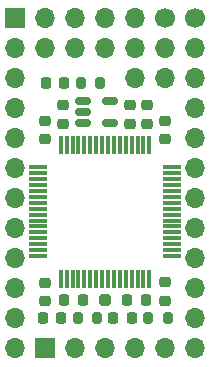
<source format=gbr>
%TF.GenerationSoftware,KiCad,Pcbnew,8.0.5*%
%TF.CreationDate,2025-07-05T09:51:00+01:00*%
%TF.ProjectId,sdrr rev f,73647272-2072-4657-9620-662e6b696361,rev?*%
%TF.SameCoordinates,Original*%
%TF.FileFunction,Soldermask,Top*%
%TF.FilePolarity,Negative*%
%FSLAX46Y46*%
G04 Gerber Fmt 4.6, Leading zero omitted, Abs format (unit mm)*
G04 Created by KiCad (PCBNEW 8.0.5) date 2025-07-05 09:51:00*
%MOMM*%
%LPD*%
G01*
G04 APERTURE LIST*
G04 Aperture macros list*
%AMRoundRect*
0 Rectangle with rounded corners*
0 $1 Rounding radius*
0 $2 $3 $4 $5 $6 $7 $8 $9 X,Y pos of 4 corners*
0 Add a 4 corners polygon primitive as box body*
4,1,4,$2,$3,$4,$5,$6,$7,$8,$9,$2,$3,0*
0 Add four circle primitives for the rounded corners*
1,1,$1+$1,$2,$3*
1,1,$1+$1,$4,$5*
1,1,$1+$1,$6,$7*
1,1,$1+$1,$8,$9*
0 Add four rect primitives between the rounded corners*
20,1,$1+$1,$2,$3,$4,$5,0*
20,1,$1+$1,$4,$5,$6,$7,0*
20,1,$1+$1,$6,$7,$8,$9,0*
20,1,$1+$1,$8,$9,$2,$3,0*%
G04 Aperture macros list end*
%ADD10RoundRect,0.200000X0.200000X0.275000X-0.200000X0.275000X-0.200000X-0.275000X0.200000X-0.275000X0*%
%ADD11RoundRect,0.225000X0.225000X0.250000X-0.225000X0.250000X-0.225000X-0.250000X0.225000X-0.250000X0*%
%ADD12RoundRect,0.225000X0.250000X-0.225000X0.250000X0.225000X-0.250000X0.225000X-0.250000X-0.225000X0*%
%ADD13RoundRect,0.150000X-0.512500X-0.150000X0.512500X-0.150000X0.512500X0.150000X-0.512500X0.150000X0*%
%ADD14RoundRect,0.250000X-0.250000X-0.250000X0.250000X-0.250000X0.250000X0.250000X-0.250000X0.250000X0*%
%ADD15RoundRect,0.200000X-0.200000X-0.275000X0.200000X-0.275000X0.200000X0.275000X-0.200000X0.275000X0*%
%ADD16RoundRect,0.225000X-0.250000X0.225000X-0.250000X-0.225000X0.250000X-0.225000X0.250000X0.225000X0*%
%ADD17C,1.700000*%
%ADD18O,1.700000X1.700000*%
%ADD19R,1.700000X1.700000*%
%ADD20RoundRect,0.225000X-0.225000X-0.250000X0.225000X-0.250000X0.225000X0.250000X-0.225000X0.250000X0*%
%ADD21RoundRect,0.075000X-0.075000X0.700000X-0.075000X-0.700000X0.075000X-0.700000X0.075000X0.700000X0*%
%ADD22RoundRect,0.075000X-0.700000X0.075000X-0.700000X-0.075000X0.700000X-0.075000X0.700000X0.075000X0*%
%ADD23RoundRect,0.218750X-0.218750X-0.256250X0.218750X-0.256250X0.218750X0.256250X-0.218750X0.256250X0*%
G04 APERTURE END LIST*
D10*
%TO.C,R3*%
X114540800Y-57124600D03*
X112890800Y-57124600D03*
%TD*%
D11*
%TO.C,C1*%
X105753200Y-37236400D03*
X104203200Y-37236400D03*
%TD*%
D12*
%TO.C,C3*%
X112801400Y-40678400D03*
X112801400Y-39128400D03*
%TD*%
%TO.C,C2*%
X111302800Y-40678400D03*
X111302800Y-39128400D03*
%TD*%
D13*
%TO.C,U3*%
X107351400Y-38760400D03*
X107351400Y-39710400D03*
X107351400Y-40660400D03*
X109626400Y-40660400D03*
X109626400Y-38760400D03*
%TD*%
D14*
%TO.C,TP1*%
X109220000Y-55609800D03*
%TD*%
D11*
%TO.C,RC5*%
X105499200Y-57150000D03*
X103949200Y-57150000D03*
%TD*%
D15*
%TO.C,R2*%
X107150400Y-37236400D03*
X108800400Y-37236400D03*
%TD*%
D12*
%TO.C,C7*%
X104165400Y-41999200D03*
X104165400Y-40449200D03*
%TD*%
D16*
%TO.C,C6*%
X114274600Y-54114400D03*
X114274600Y-55664400D03*
%TD*%
D17*
%TO.C,J2*%
X114300000Y-31750000D03*
D18*
X114300000Y-34290000D03*
X111760000Y-31750000D03*
X111760000Y-34290000D03*
X109220000Y-31750000D03*
X109220000Y-34290000D03*
X106680000Y-31750000D03*
X106680000Y-34290000D03*
X104140000Y-31750000D03*
X104140000Y-34290000D03*
%TD*%
D19*
%TO.C,U2*%
X101600000Y-31750000D03*
D18*
X101600000Y-34290000D03*
X101600000Y-36830000D03*
X101600000Y-39370000D03*
X101600000Y-41910000D03*
X101600000Y-44450000D03*
X101600000Y-46990000D03*
X101600000Y-49530000D03*
X101600000Y-52070000D03*
X101600000Y-54610000D03*
X101600000Y-57150000D03*
X101600000Y-59690000D03*
X116840000Y-59690000D03*
X116840000Y-57150000D03*
X116840000Y-54610000D03*
X116840000Y-52070000D03*
X116840000Y-49530000D03*
X116840000Y-46990000D03*
X116840000Y-44450000D03*
X116840000Y-41910000D03*
X116840000Y-39370000D03*
X116840000Y-36830000D03*
X116840000Y-34290000D03*
D17*
X116840000Y-31750000D03*
%TD*%
D20*
%TO.C,RC4*%
X111112000Y-55600600D03*
X112662000Y-55600600D03*
%TD*%
D21*
%TO.C,U1*%
X112970000Y-42458000D03*
X112470000Y-42458000D03*
X111970000Y-42458000D03*
X111470000Y-42458000D03*
X110970000Y-42458000D03*
X110470000Y-42458000D03*
X109970000Y-42458000D03*
X109470000Y-42458000D03*
X108970000Y-42458000D03*
X108470000Y-42458000D03*
X107970000Y-42458000D03*
X107470000Y-42458000D03*
X106970000Y-42458000D03*
X106470000Y-42458000D03*
X105970000Y-42458000D03*
X105470000Y-42458000D03*
D22*
X103545000Y-44383000D03*
X103545000Y-44883000D03*
X103545000Y-45383000D03*
X103545000Y-45883000D03*
X103545000Y-46383000D03*
X103545000Y-46883000D03*
X103545000Y-47383000D03*
X103545000Y-47883000D03*
X103545000Y-48383000D03*
X103545000Y-48883000D03*
X103545000Y-49383000D03*
X103545000Y-49883000D03*
X103545000Y-50383000D03*
X103545000Y-50883000D03*
X103545000Y-51383000D03*
X103545000Y-51883000D03*
D21*
X105470000Y-53808000D03*
X105970000Y-53808000D03*
X106470000Y-53808000D03*
X106970000Y-53808000D03*
X107470000Y-53808000D03*
X107970000Y-53808000D03*
X108470000Y-53808000D03*
X108970000Y-53808000D03*
X109470000Y-53808000D03*
X109970000Y-53808000D03*
X110470000Y-53808000D03*
X110970000Y-53808000D03*
X111470000Y-53808000D03*
X111970000Y-53808000D03*
X112470000Y-53808000D03*
X112970000Y-53808000D03*
D22*
X114895000Y-51883000D03*
X114895000Y-51383000D03*
X114895000Y-50883000D03*
X114895000Y-50383000D03*
X114895000Y-49883000D03*
X114895000Y-49383000D03*
X114895000Y-48883000D03*
X114895000Y-48383000D03*
X114895000Y-47883000D03*
X114895000Y-47383000D03*
X114895000Y-46883000D03*
X114895000Y-46383000D03*
X114895000Y-45883000D03*
X114895000Y-45383000D03*
X114895000Y-44883000D03*
X114895000Y-44383000D03*
%TD*%
D16*
%TO.C,C4*%
X104165400Y-54139800D03*
X104165400Y-55689800D03*
%TD*%
D12*
%TO.C,C5*%
X105664000Y-40678400D03*
X105664000Y-39128400D03*
%TD*%
D20*
%TO.C,C9*%
X105778000Y-55600600D03*
X107328000Y-55600600D03*
%TD*%
D18*
%TO.C,J3*%
X114300000Y-36830000D03*
X111760000Y-36830000D03*
%TD*%
D19*
%TO.C,J1*%
X104140000Y-59690000D03*
D18*
X106680000Y-59690000D03*
X109220000Y-59690000D03*
X111760000Y-59690000D03*
X114300000Y-59690000D03*
%TD*%
D23*
%TO.C,D1*%
X109931100Y-57124600D03*
X111506100Y-57124600D03*
%TD*%
D12*
%TO.C,C8*%
X114300000Y-41999200D03*
X114300000Y-40449200D03*
%TD*%
D10*
%TO.C,R1*%
X108546400Y-57124600D03*
X106896400Y-57124600D03*
%TD*%
M02*

</source>
